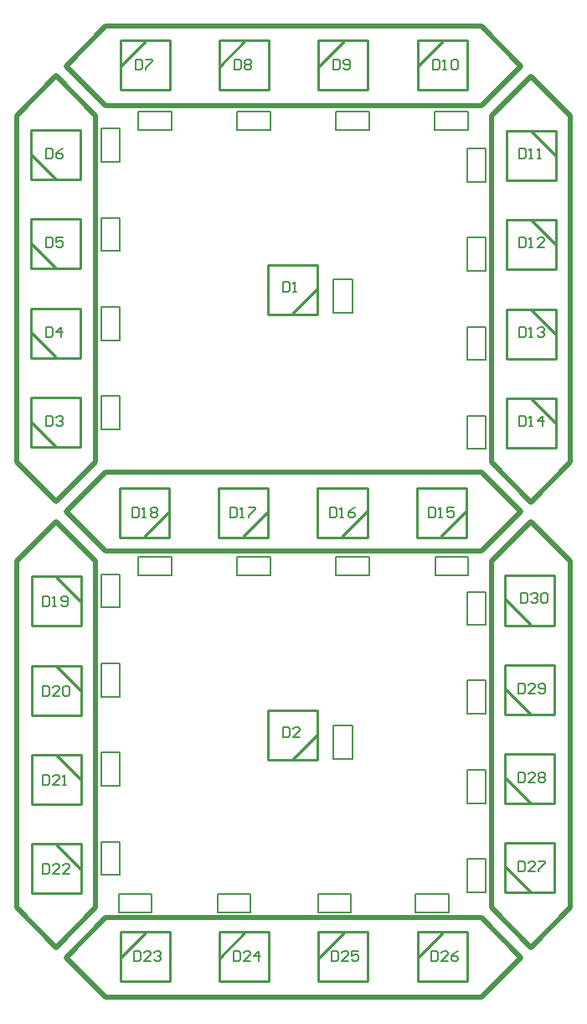
<source format=gto>
G04*
G04 #@! TF.GenerationSoftware,Altium Limited,Altium Designer,20.2.6 (244)*
G04*
G04 Layer_Color=65535*
%FSLAX25Y25*%
%MOIN*%
G70*
G04*
G04 #@! TF.SameCoordinates,5A4684AA-0BDD-4268-B9F4-3C1D46E6F2CF*
G04*
G04*
G04 #@! TF.FilePolarity,Positive*
G04*
G01*
G75*
%ADD10C,0.00500*%
%ADD11C,0.01000*%
%ADD12C,0.02000*%
%ADD13C,0.00600*%
D10*
X134095Y98715D02*
Y98815D01*
Y98715D02*
X141495D01*
Y111915D01*
X134095D02*
X141495D01*
X134095Y98815D02*
Y111915D01*
Y275880D02*
Y275980D01*
Y275880D02*
X141495D01*
Y289080D01*
X134095D02*
X141495D01*
X134095Y275980D02*
Y289080D01*
X41576Y335920D02*
Y336020D01*
Y335920D02*
X48976D01*
Y349120D01*
X41576D02*
X48976D01*
X41576Y336020D02*
Y349120D01*
Y300487D02*
Y300587D01*
Y300487D02*
X48976D01*
Y313687D01*
X41576D02*
X48976D01*
X41576Y300587D02*
Y313687D01*
Y265054D02*
Y265154D01*
Y265054D02*
X48976D01*
Y278254D01*
X41576D02*
X48976D01*
X41576Y265154D02*
Y278254D01*
Y229621D02*
Y229720D01*
Y229621D02*
X48976D01*
Y242821D01*
X41576D02*
X48976D01*
X41576Y229720D02*
Y242821D01*
X174335Y356062D02*
X174435D01*
X174335Y348662D02*
Y356062D01*
Y348662D02*
X187535D01*
Y356062D01*
X174435D02*
X187535D01*
X135132D02*
X135232D01*
X135132Y348662D02*
Y356062D01*
Y348662D02*
X148332D01*
Y356062D01*
X135232D02*
X148332D01*
X95762D02*
X95862D01*
X95762Y348662D02*
Y356062D01*
Y348662D02*
X108962D01*
Y356062D01*
X95862D02*
X108962D01*
X56392D02*
X56492D01*
X56392Y348662D02*
Y356062D01*
Y348662D02*
X69592D01*
Y356062D01*
X56492D02*
X69592D01*
X194645Y234846D02*
Y234946D01*
X187245D02*
X194645D01*
X187245Y221746D02*
Y234946D01*
Y221746D02*
X194645D01*
Y234846D01*
Y270280D02*
Y270379D01*
X187245D02*
X194645D01*
X187245Y257179D02*
Y270379D01*
Y257179D02*
X194645D01*
Y270280D01*
Y305713D02*
Y305813D01*
X187245D02*
X194645D01*
X187245Y292613D02*
Y305813D01*
Y292613D02*
X194645D01*
Y305713D01*
Y341146D02*
Y341246D01*
X187245D02*
X194645D01*
X187245Y328046D02*
Y341246D01*
Y328046D02*
X194645D01*
Y341146D01*
X69421Y171497D02*
X69521D01*
Y178897D01*
X56321D02*
X69521D01*
X56321Y171497D02*
Y178897D01*
Y171497D02*
X69421D01*
X108862D02*
X108962D01*
Y178897D01*
X95762D02*
X108962D01*
X95762Y171497D02*
Y178897D01*
Y171497D02*
X108862D01*
X148232D02*
X148332D01*
Y178897D01*
X135132D02*
X148332D01*
X135132Y171497D02*
Y178897D01*
Y171497D02*
X148232D01*
X187602D02*
X187702D01*
Y178897D01*
X174502D02*
X187702D01*
X174502Y171497D02*
Y178897D01*
Y171497D02*
X187602D01*
X48976Y65555D02*
Y65655D01*
X41576D02*
X48976D01*
X41576Y52455D02*
Y65655D01*
Y52455D02*
X48976D01*
Y65555D01*
Y100988D02*
Y101088D01*
X41576D02*
X48976D01*
X41576Y87888D02*
Y101088D01*
Y87888D02*
X48976D01*
Y100988D01*
Y136421D02*
Y136521D01*
X41576D02*
X48976D01*
X41576Y123321D02*
Y136521D01*
Y123321D02*
X48976D01*
Y136421D01*
Y171854D02*
Y171954D01*
X41576D02*
X48976D01*
X41576Y158754D02*
Y171954D01*
Y158754D02*
X48976D01*
Y171854D01*
X166628Y45039D02*
X166728D01*
X166628Y37639D02*
Y45039D01*
Y37639D02*
X179828D01*
Y45039D01*
X166728D02*
X179828D01*
X127939D02*
X128039D01*
X127939Y37639D02*
Y45039D01*
Y37639D02*
X141139D01*
Y45039D01*
X128039D02*
X141139D01*
X87888D02*
X87988D01*
X87888Y37639D02*
Y45039D01*
Y37639D02*
X101088D01*
Y45039D01*
X87988D02*
X101088D01*
X48518D02*
X48618D01*
X48518Y37639D02*
Y45039D01*
Y37639D02*
X61718D01*
Y45039D01*
X48618D02*
X61718D01*
X187245Y151865D02*
Y151965D01*
Y151865D02*
X194645D01*
Y165065D01*
X187245D02*
X194645D01*
X187245Y151965D02*
Y165065D01*
Y116544D02*
Y116644D01*
Y116544D02*
X194645D01*
Y129744D01*
X187245D02*
X194645D01*
X187245Y116644D02*
Y129744D01*
Y80998D02*
Y81098D01*
Y80998D02*
X194645D01*
Y94198D01*
X187245D02*
X194645D01*
X187245Y81098D02*
Y94198D01*
Y45565D02*
Y45665D01*
Y45565D02*
X194645D01*
Y58765D01*
X187245D02*
X194645D01*
X187245Y45665D02*
Y58765D01*
D11*
X108110Y98126D02*
Y117811D01*
Y98126D02*
X127795D01*
Y117811D01*
X108110D02*
X127795D01*
X117726Y98352D02*
X127717Y108343D01*
X108110Y275291D02*
Y294976D01*
Y275291D02*
X127795D01*
Y294976D01*
X108110D02*
X127795D01*
X117726Y275518D02*
X127717Y285508D01*
X203055Y328583D02*
X222740D01*
Y348268D01*
X203055D02*
X222740D01*
X203055Y328583D02*
Y348268D01*
X212524Y348189D02*
X222514Y338199D01*
X203055Y293150D02*
X222740D01*
Y312835D01*
X203055D02*
X222740D01*
X203055Y293150D02*
Y312835D01*
X212524Y312756D02*
X222514Y302766D01*
X203055Y257716D02*
X222740D01*
Y277402D01*
X203055D02*
X222740D01*
X203055Y257716D02*
Y277402D01*
X212524Y277323D02*
X222514Y267333D01*
X203055Y222284D02*
X222740D01*
Y241968D01*
X203055D02*
X222740D01*
X203055Y222284D02*
Y241968D01*
X212524Y241890D02*
X222514Y231900D01*
X202457Y171417D02*
X222142D01*
X202457Y151732D02*
Y171417D01*
Y151732D02*
X222142D01*
Y171417D01*
X202683Y161801D02*
X212673Y151811D01*
X202457Y135984D02*
X222142D01*
X202457Y116299D02*
Y135984D01*
Y116299D02*
X222142D01*
Y135984D01*
X202683Y126368D02*
X212673Y116378D01*
X202457Y100551D02*
X222142D01*
X202457Y80866D02*
Y100551D01*
Y80866D02*
X222142D01*
Y100551D01*
X202683Y90935D02*
X212673Y80945D01*
X202457Y65118D02*
X222142D01*
X202457Y45433D02*
Y65118D01*
Y45433D02*
X222142D01*
Y65118D01*
X202683Y55502D02*
X212673Y45512D01*
X14079Y45118D02*
X33764D01*
Y64803D01*
X14079D02*
X33764D01*
X14079Y45118D02*
Y64803D01*
X23547Y64724D02*
X33537Y54734D01*
X14079Y80551D02*
X33764D01*
Y100236D01*
X14079D02*
X33764D01*
X14079Y80551D02*
Y100236D01*
X23547Y100157D02*
X33537Y90167D01*
X14079Y151417D02*
X33764D01*
Y171102D01*
X14079D02*
X33764D01*
X14079Y151417D02*
Y171102D01*
X23547Y171024D02*
X33537Y161033D01*
X14079Y115984D02*
X33764D01*
Y135669D01*
X14079D02*
X33764D01*
X14079Y115984D02*
Y135669D01*
X23547Y135591D02*
X33537Y125600D01*
X13480Y242284D02*
X33165D01*
X13480Y222598D02*
Y242284D01*
Y222598D02*
X33165D01*
Y242284D01*
X13707Y232667D02*
X23697Y222677D01*
X13480Y277716D02*
X33165D01*
X13480Y258032D02*
Y277716D01*
Y258032D02*
X33165D01*
Y277716D01*
X13707Y268100D02*
X23697Y258110D01*
X13480Y313150D02*
X33165D01*
X13480Y293465D02*
Y313150D01*
Y293465D02*
X33165D01*
Y313150D01*
X13707Y303534D02*
X23697Y293543D01*
X13480Y348583D02*
X33165D01*
X13480Y328898D02*
Y348583D01*
Y328898D02*
X33165D01*
Y348583D01*
X13707Y338966D02*
X23697Y328976D01*
X187165Y364472D02*
Y384157D01*
X167480D02*
X187165D01*
X167480Y364472D02*
Y384157D01*
Y364472D02*
X187165D01*
X167559Y373941D02*
X177549Y383931D01*
X147795Y364472D02*
Y384157D01*
X128110D02*
X147795D01*
X128110Y364472D02*
Y384157D01*
Y364472D02*
X147795D01*
X128189Y373941D02*
X138179Y383931D01*
X108425Y364472D02*
Y384157D01*
X88740D02*
X108425D01*
X88740Y364472D02*
Y384157D01*
Y364472D02*
X108425D01*
X88819Y373941D02*
X98809Y383931D01*
X69055Y364472D02*
Y384157D01*
X49370D02*
X69055D01*
X49370Y364472D02*
Y384157D01*
Y364472D02*
X69055D01*
X49449Y373941D02*
X59439Y383931D01*
X167165Y186709D02*
Y206394D01*
Y186709D02*
X186850D01*
Y206394D01*
X167165D02*
X186850D01*
X176781Y186935D02*
X186772Y196925D01*
X127795Y186709D02*
Y206394D01*
Y186709D02*
X147480D01*
Y206394D01*
X127795D02*
X147480D01*
X137411Y186935D02*
X147402Y196925D01*
X88425Y186709D02*
Y206394D01*
Y186709D02*
X108110D01*
Y206394D01*
X88425D02*
X108110D01*
X98041Y186935D02*
X108031Y196925D01*
X49055Y186709D02*
Y206394D01*
Y186709D02*
X68740D01*
Y206394D01*
X49055D02*
X68740D01*
X58671Y186935D02*
X68661Y196925D01*
X69055Y10142D02*
Y29827D01*
X49370D02*
X69055D01*
X49370Y10142D02*
Y29827D01*
Y10142D02*
X69055D01*
X49449Y19610D02*
X59439Y29600D01*
X108425Y10142D02*
Y29827D01*
X88740D02*
X108425D01*
X88740Y10142D02*
Y29827D01*
Y10142D02*
X108425D01*
X88819Y19610D02*
X98809Y29600D01*
X147795Y10142D02*
Y29827D01*
X128110D02*
X147795D01*
X128110Y10142D02*
Y29827D01*
Y10142D02*
X147795D01*
X128189Y19610D02*
X138179Y29600D01*
X187165Y10142D02*
Y29827D01*
X167480D02*
X187165D01*
X167480Y10142D02*
Y29827D01*
Y10142D02*
X187165D01*
X167559Y19610D02*
X177549Y29600D01*
D12*
X212598Y200713D02*
X228346Y216461D01*
X196850D02*
X212598Y200713D01*
X228346Y216461D02*
Y354256D01*
X196850Y216461D02*
Y354256D01*
X212598Y370004D01*
X228346Y354256D01*
X196850Y177240D02*
X212598Y192988D01*
X228346Y177240D01*
X196850Y39445D02*
Y177240D01*
X228346Y39445D02*
Y177240D01*
X212598Y23697D02*
X228346Y39445D01*
X196850D02*
X212598Y23697D01*
X7874Y177240D02*
X23622Y192988D01*
X39370Y177240D01*
X7874Y39445D02*
Y177240D01*
X39370Y39445D02*
Y177240D01*
X23622Y23697D02*
X39370Y39445D01*
X7874D02*
X23622Y23697D01*
Y370079D02*
X39370Y354331D01*
X7874D02*
X23622Y370079D01*
X7874Y216535D02*
Y354331D01*
X39370Y216535D02*
Y354331D01*
X7874Y216535D02*
X23622Y200787D01*
X39370Y216535D01*
X43307Y212598D02*
X192913D01*
X43307Y181102D02*
X192913D01*
X208661Y196850D01*
X192913Y212598D02*
X208661Y196850D01*
X27559D02*
X43307Y212598D01*
X27559Y196850D02*
X43307Y181102D01*
X27559Y374016D02*
X43307Y358268D01*
X27559Y374016D02*
X43307Y389764D01*
X192913D02*
X208661Y374016D01*
X192913Y358268D02*
X208661Y374016D01*
X43307Y358268D02*
X192913D01*
X43307Y389764D02*
X192913D01*
Y35433D02*
X208661Y19685D01*
X192913Y3937D02*
X208661Y19685D01*
X27559D02*
X43307Y3937D01*
X27559Y19685D02*
X43307Y35433D01*
X192913D01*
X43307Y3937D02*
X192913D01*
D13*
X208653Y164432D02*
Y160433D01*
X210652D01*
X211319Y161100D01*
Y163765D01*
X210652Y164432D01*
X208653D01*
X212651Y163765D02*
X213318Y164432D01*
X214651D01*
X215317Y163765D01*
Y163099D01*
X214651Y162432D01*
X213984D01*
X214651D01*
X215317Y161766D01*
Y161100D01*
X214651Y160433D01*
X213318D01*
X212651Y161100D01*
X216650Y163765D02*
X217317Y164432D01*
X218650D01*
X219316Y163765D01*
Y161100D01*
X218650Y160433D01*
X217317D01*
X216650Y161100D01*
Y163765D01*
X207521Y128582D02*
Y124583D01*
X209521D01*
X210187Y125250D01*
Y127916D01*
X209521Y128582D01*
X207521D01*
X214186Y124583D02*
X211520D01*
X214186Y127249D01*
Y127916D01*
X213519Y128582D01*
X212186D01*
X211520Y127916D01*
X215519Y125250D02*
X216185Y124583D01*
X217518D01*
X218184Y125250D01*
Y127916D01*
X217518Y128582D01*
X216185D01*
X215519Y127916D01*
Y127249D01*
X216185Y126583D01*
X218184D01*
X207521Y93182D02*
Y89183D01*
X209521D01*
X210187Y89850D01*
Y92516D01*
X209521Y93182D01*
X207521D01*
X214186Y89183D02*
X211520D01*
X214186Y91849D01*
Y92516D01*
X213519Y93182D01*
X212186D01*
X211520Y92516D01*
X215519D02*
X216185Y93182D01*
X217518D01*
X218184Y92516D01*
Y91849D01*
X217518Y91183D01*
X218184Y90516D01*
Y89850D01*
X217518Y89183D01*
X216185D01*
X215519Y89850D01*
Y90516D01*
X216185Y91183D01*
X215519Y91849D01*
Y92516D01*
X216185Y91183D02*
X217518D01*
X207521Y57782D02*
Y53784D01*
X209521D01*
X210187Y54450D01*
Y57116D01*
X209521Y57782D01*
X207521D01*
X214186Y53784D02*
X211520D01*
X214186Y56449D01*
Y57116D01*
X213519Y57782D01*
X212186D01*
X211520Y57116D01*
X215519Y57782D02*
X218184D01*
Y57116D01*
X215519Y54450D01*
Y53784D01*
X172859Y22198D02*
Y18199D01*
X174858D01*
X175525Y18866D01*
Y21531D01*
X174858Y22198D01*
X172859D01*
X179524Y18199D02*
X176858D01*
X179524Y20865D01*
Y21531D01*
X178857Y22198D01*
X177524D01*
X176858Y21531D01*
X183522Y22198D02*
X182189Y21531D01*
X180857Y20199D01*
Y18866D01*
X181523Y18199D01*
X182856D01*
X183522Y18866D01*
Y19532D01*
X182856Y20199D01*
X180857D01*
X133459Y22198D02*
Y18199D01*
X135458D01*
X136125Y18866D01*
Y21531D01*
X135458Y22198D01*
X133459D01*
X140124Y18199D02*
X137458D01*
X140124Y20865D01*
Y21531D01*
X139457Y22198D01*
X138124D01*
X137458Y21531D01*
X144122Y22198D02*
X141456D01*
Y20199D01*
X142789Y20865D01*
X143456D01*
X144122Y20199D01*
Y18866D01*
X143456Y18199D01*
X142123D01*
X141456Y18866D01*
X94159Y22198D02*
Y18199D01*
X96158D01*
X96825Y18866D01*
Y21531D01*
X96158Y22198D01*
X94159D01*
X100824Y18199D02*
X98158D01*
X100824Y20865D01*
Y21531D01*
X100157Y22198D01*
X98824D01*
X98158Y21531D01*
X104156Y18199D02*
Y22198D01*
X102156Y20199D01*
X104822D01*
X54759Y22198D02*
Y18199D01*
X56758D01*
X57425Y18866D01*
Y21531D01*
X56758Y22198D01*
X54759D01*
X61424Y18199D02*
X58758D01*
X61424Y20865D01*
Y21531D01*
X60757Y22198D01*
X59424D01*
X58758Y21531D01*
X62757D02*
X63423Y22198D01*
X64756D01*
X65422Y21531D01*
Y20865D01*
X64756Y20199D01*
X64089D01*
X64756D01*
X65422Y19532D01*
Y18866D01*
X64756Y18199D01*
X63423D01*
X62757Y18866D01*
X18163Y56803D02*
Y52805D01*
X20162D01*
X20829Y53471D01*
Y56137D01*
X20162Y56803D01*
X18163D01*
X24827Y52805D02*
X22162D01*
X24827Y55471D01*
Y56137D01*
X24161Y56803D01*
X22828D01*
X22162Y56137D01*
X28826Y52805D02*
X26160D01*
X28826Y55471D01*
Y56137D01*
X28160Y56803D01*
X26827D01*
X26160Y56137D01*
X18163Y92166D02*
Y88168D01*
X20162D01*
X20829Y88834D01*
Y91500D01*
X20162Y92166D01*
X18163D01*
X24827Y88168D02*
X22162D01*
X24827Y90833D01*
Y91500D01*
X24161Y92166D01*
X22828D01*
X22162Y91500D01*
X26160Y88168D02*
X27493D01*
X26827D01*
Y92166D01*
X26160Y91500D01*
X18163Y127629D02*
Y123631D01*
X20162D01*
X20829Y124297D01*
Y126963D01*
X20162Y127629D01*
X18163D01*
X24827Y123631D02*
X22162D01*
X24827Y126296D01*
Y126963D01*
X24161Y127629D01*
X22828D01*
X22162Y126963D01*
X26160D02*
X26827Y127629D01*
X28160D01*
X28826Y126963D01*
Y124297D01*
X28160Y123631D01*
X26827D01*
X26160Y124297D01*
Y126963D01*
X18163Y163092D02*
Y159094D01*
X20162D01*
X20829Y159760D01*
Y162426D01*
X20162Y163092D01*
X18163D01*
X22162Y159094D02*
X23495D01*
X22828D01*
Y163092D01*
X22162Y162426D01*
X25494Y159760D02*
X26160Y159094D01*
X27493D01*
X28160Y159760D01*
Y162426D01*
X27493Y163092D01*
X26160D01*
X25494Y162426D01*
Y161759D01*
X26160Y161093D01*
X28160D01*
X53822Y198735D02*
Y194736D01*
X55821D01*
X56488Y195403D01*
Y198068D01*
X55821Y198735D01*
X53822D01*
X57821Y194736D02*
X59154D01*
X58487D01*
Y198735D01*
X57821Y198068D01*
X61153D02*
X61819Y198735D01*
X63152D01*
X63819Y198068D01*
Y197402D01*
X63152Y196736D01*
X63819Y196069D01*
Y195403D01*
X63152Y194736D01*
X61819D01*
X61153Y195403D01*
Y196069D01*
X61819Y196736D01*
X61153Y197402D01*
Y198068D01*
X61819Y196736D02*
X63152D01*
X93122Y198735D02*
Y194736D01*
X95121D01*
X95788Y195403D01*
Y198068D01*
X95121Y198735D01*
X93122D01*
X97121Y194736D02*
X98454D01*
X97787D01*
Y198735D01*
X97121Y198068D01*
X100453Y198735D02*
X103119D01*
Y198068D01*
X100453Y195403D01*
Y194736D01*
X132522Y198735D02*
Y194736D01*
X134521D01*
X135188Y195403D01*
Y198068D01*
X134521Y198735D01*
X132522D01*
X136521Y194736D02*
X137854D01*
X137187D01*
Y198735D01*
X136521Y198068D01*
X142519Y198735D02*
X141186Y198068D01*
X139853Y196736D01*
Y195403D01*
X140519Y194736D01*
X141852D01*
X142519Y195403D01*
Y196069D01*
X141852Y196736D01*
X139853D01*
X171922Y198735D02*
Y194736D01*
X173921D01*
X174588Y195403D01*
Y198068D01*
X173921Y198735D01*
X171922D01*
X175921Y194736D02*
X177254D01*
X176587D01*
Y198735D01*
X175921Y198068D01*
X181919Y198735D02*
X179253D01*
Y196736D01*
X180586Y197402D01*
X181252D01*
X181919Y196736D01*
Y195403D01*
X181252Y194736D01*
X179920D01*
X179253Y195403D01*
X208121Y234940D02*
Y230942D01*
X210121D01*
X210787Y231608D01*
Y234274D01*
X210121Y234940D01*
X208121D01*
X212120Y230942D02*
X213453D01*
X212786D01*
Y234940D01*
X212120Y234274D01*
X217452Y230942D02*
Y234940D01*
X215452Y232941D01*
X218118D01*
X208121Y270303D02*
Y266305D01*
X210121D01*
X210787Y266971D01*
Y269637D01*
X210121Y270303D01*
X208121D01*
X212120Y266305D02*
X213453D01*
X212786D01*
Y270303D01*
X212120Y269637D01*
X215452D02*
X216119Y270303D01*
X217452D01*
X218118Y269637D01*
Y268970D01*
X217452Y268304D01*
X216785D01*
X217452D01*
X218118Y267638D01*
Y266971D01*
X217452Y266305D01*
X216119D01*
X215452Y266971D01*
X208121Y305766D02*
Y301768D01*
X210121D01*
X210787Y302434D01*
Y305100D01*
X210121Y305766D01*
X208121D01*
X212120Y301768D02*
X213453D01*
X212786D01*
Y305766D01*
X212120Y305100D01*
X218118Y301768D02*
X215452D01*
X218118Y304433D01*
Y305100D01*
X217452Y305766D01*
X216119D01*
X215452Y305100D01*
X208121Y341229D02*
Y337231D01*
X210121D01*
X210787Y337897D01*
Y340563D01*
X210121Y341229D01*
X208121D01*
X212120Y337231D02*
X213453D01*
X212786D01*
Y341229D01*
X212120Y340563D01*
X215452Y337231D02*
X216785D01*
X216119D01*
Y341229D01*
X215452Y340563D01*
X173542Y376535D02*
Y372536D01*
X175541D01*
X176208Y373203D01*
Y375869D01*
X175541Y376535D01*
X173542D01*
X177541Y372536D02*
X178874D01*
X178207D01*
Y376535D01*
X177541Y375869D01*
X180873D02*
X181539Y376535D01*
X182872D01*
X183539Y375869D01*
Y373203D01*
X182872Y372536D01*
X181539D01*
X180873Y373203D01*
Y375869D01*
X134142Y376535D02*
Y372536D01*
X136142D01*
X136808Y373203D01*
Y375869D01*
X136142Y376535D01*
X134142D01*
X138141Y373203D02*
X138807Y372536D01*
X140140D01*
X140807Y373203D01*
Y375869D01*
X140140Y376535D01*
X138807D01*
X138141Y375869D01*
Y375202D01*
X138807Y374536D01*
X140807D01*
X94742Y376535D02*
Y372536D01*
X96741D01*
X97408Y373203D01*
Y375869D01*
X96741Y376535D01*
X94742D01*
X98741Y375869D02*
X99407Y376535D01*
X100740D01*
X101407Y375869D01*
Y375202D01*
X100740Y374536D01*
X101407Y373869D01*
Y373203D01*
X100740Y372536D01*
X99407D01*
X98741Y373203D01*
Y373869D01*
X99407Y374536D01*
X98741Y375202D01*
Y375869D01*
X99407Y374536D02*
X100740D01*
X55342Y376535D02*
Y372536D01*
X57341D01*
X58008Y373203D01*
Y375869D01*
X57341Y376535D01*
X55342D01*
X59341D02*
X62007D01*
Y375869D01*
X59341Y373203D01*
Y372536D01*
X19693Y341177D02*
Y337178D01*
X21692D01*
X22359Y337844D01*
Y340510D01*
X21692Y341177D01*
X19693D01*
X26357D02*
X25025Y340510D01*
X23692Y339177D01*
Y337844D01*
X24358Y337178D01*
X25691D01*
X26357Y337844D01*
Y338511D01*
X25691Y339177D01*
X23692D01*
X19693Y305814D02*
Y301815D01*
X21692D01*
X22359Y302481D01*
Y305147D01*
X21692Y305814D01*
X19693D01*
X26357D02*
X23692D01*
Y303814D01*
X25025Y304481D01*
X25691D01*
X26357Y303814D01*
Y302481D01*
X25691Y301815D01*
X24358D01*
X23692Y302481D01*
X19693Y270351D02*
Y266352D01*
X21692D01*
X22359Y267018D01*
Y269684D01*
X21692Y270351D01*
X19693D01*
X25691Y266352D02*
Y270351D01*
X23692Y268351D01*
X26357D01*
X19693Y234888D02*
Y230889D01*
X21692D01*
X22359Y231555D01*
Y234221D01*
X21692Y234888D01*
X19693D01*
X23692Y234221D02*
X24358Y234888D01*
X25691D01*
X26357Y234221D01*
Y233555D01*
X25691Y232888D01*
X25025D01*
X25691D01*
X26357Y232222D01*
Y231555D01*
X25691Y230889D01*
X24358D01*
X23692Y231555D01*
X113858Y111194D02*
Y107195D01*
X115858D01*
X116524Y107862D01*
Y110528D01*
X115858Y111194D01*
X113858D01*
X120523Y107195D02*
X117857D01*
X120523Y109861D01*
Y110528D01*
X119856Y111194D01*
X118523D01*
X117857Y110528D01*
X113858Y288394D02*
Y284395D01*
X115858D01*
X116524Y285062D01*
Y287727D01*
X115858Y288394D01*
X113858D01*
X117857Y284395D02*
X119190D01*
X118523D01*
Y288394D01*
X117857Y287727D01*
M02*

</source>
